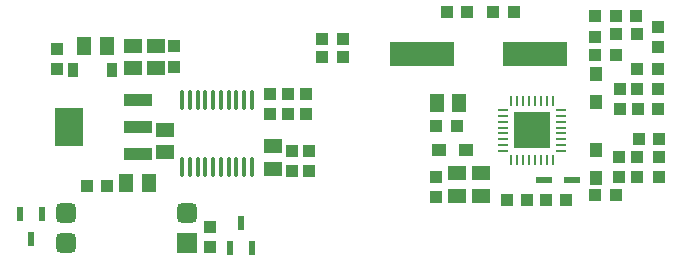
<source format=gtp>
%FSDAX23Y23*%
%MOIN*%
%SFA1B1*%

%IPPOS*%
%AMD18*
4,1,8,-0.016700,-0.033400,0.016700,-0.033400,0.033400,-0.016700,0.033400,0.016700,0.016700,0.033400,-0.016700,0.033400,-0.033400,0.016700,-0.033400,-0.016700,-0.016700,-0.033400,0.0*
1,1,0.033400,-0.016700,-0.016700*
1,1,0.033400,0.016700,-0.016700*
1,1,0.033400,0.016700,0.016700*
1,1,0.033400,-0.016700,0.016700*
%
%ADD10R,0.039400X0.043300*%
%ADD11R,0.023600X0.051200*%
%ADD12R,0.051200X0.059100*%
%ADD13O,0.013800X0.070900*%
%ADD14R,0.059100X0.051200*%
%ADD15R,0.035800X0.048000*%
%ADD16R,0.094500X0.129900*%
%ADD17R,0.094500X0.039400*%
G04~CAMADD=18~8~0.0~0.0~669.0~669.0~167.0~0.0~15~0.0~0.0~0.0~0.0~0~0.0~0.0~0.0~0.0~0~0.0~0.0~0.0~180.0~668.0~668.0*
%ADD18D18*%
%ADD19R,0.066900X0.066900*%
%ADD20R,0.043300X0.039400*%
%ADD21R,0.039400X0.045300*%
%ADD22R,0.057100X0.021700*%
%ADD23R,0.216500X0.078700*%
%ADD24R,0.045300X0.039400*%
%ADD25R,0.122000X0.122000*%
%ADD26O,0.033500X0.009800*%
%ADD27O,0.009800X0.033500*%
%LNde-060718-1*%
%LPD*%
G54D10*
X02224Y02649D03*
Y02716D03*
X02164Y02649D03*
Y02716D03*
X02104Y02649D03*
Y02716D03*
X01904Y02204D03*
Y02271D03*
X01785Y02806D03*
Y02873D03*
X01394Y02799D03*
Y02866D03*
X02179Y02526D03*
Y02459D03*
X02234Y02526D03*
Y02459D03*
X03329Y02798D03*
Y02731D03*
X03272Y02730D03*
Y02663D03*
X03399Y02797D03*
Y02730D03*
X03269Y02439D03*
Y02506D03*
X03329D03*
Y02439D03*
X03401Y02505D03*
Y02438D03*
X02659D03*
Y02371D03*
X03190Y02906D03*
Y02973D03*
X03399Y02938D03*
Y02871D03*
G54D11*
X01971Y02201D03*
X02046D03*
X02009Y02284D03*
X01346Y02314D03*
X01271D03*
X01309Y02231D03*
G54D12*
X01626Y02418D03*
X01701D03*
X01486Y02873D03*
X01561D03*
X02661Y02683D03*
X02736D03*
G54D13*
X02044Y02695D03*
X02018D03*
X01993D03*
X01967D03*
X01941D03*
X01916D03*
X01890D03*
X01865D03*
X01839D03*
X01813D03*
X02044Y02470D03*
X02018D03*
X01993D03*
X01967D03*
X01941D03*
X01916D03*
X01890D03*
X01865D03*
X01839D03*
X01813D03*
G54D14*
X01754Y02595D03*
Y02520D03*
X01649Y02800D03*
Y02875D03*
X01725Y02801D03*
Y02876D03*
X02114Y02465D03*
Y02540D03*
X02809Y02450D03*
Y02375D03*
X02729Y02450D03*
Y02375D03*
G54D15*
X01449Y02793D03*
X01578D03*
G54D16*
X01435Y02605D03*
G54D17*
X01664Y02695D03*
Y02605D03*
Y02514D03*
G54D18*
X01424Y02318D03*
Y02218D03*
X01829Y02318D03*
G54D19*
X01829Y02218D03*
G54D20*
X01495Y02408D03*
X01562D03*
X02347Y02838D03*
X02280D03*
X03190Y02378D03*
X03257D03*
Y02846D03*
X03190D03*
X02347Y02898D03*
X02280D03*
X03026Y02361D03*
X03093D03*
X02660Y02608D03*
X02727D03*
X02963Y02361D03*
X02896D03*
X03402Y02565D03*
X03335D03*
X03399Y02663D03*
X03332D03*
X03260Y02914D03*
X03327D03*
X03326Y02973D03*
X03259D03*
X02695Y02988D03*
X02762D03*
X02917D03*
X02850D03*
G54D21*
X03192Y02435D03*
Y02528D03*
X03191Y02781D03*
Y02688D03*
G54D22*
X03112Y02427D03*
X03019D03*
G54D23*
X02987Y02848D03*
X02613D03*
G54D24*
X02760Y02528D03*
X02667D03*
G54D25*
X02979Y02593D03*
G54D26*
X02881Y02524D03*
Y02543D03*
Y02563D03*
Y02583D03*
Y02602D03*
Y02622D03*
Y02642D03*
Y02661D03*
X03076D03*
Y02642D03*
Y02622D03*
Y02602D03*
Y02583D03*
Y02563D03*
Y02543D03*
Y02524D03*
G54D27*
X02910Y02690D03*
X02929D03*
X02949D03*
X02969D03*
X02988D03*
X03008D03*
X03028D03*
X03047D03*
Y02495D03*
X03028D03*
X03008D03*
X02988D03*
X02969D03*
X02949D03*
X02929D03*
X02910D03*
M02*
</source>
